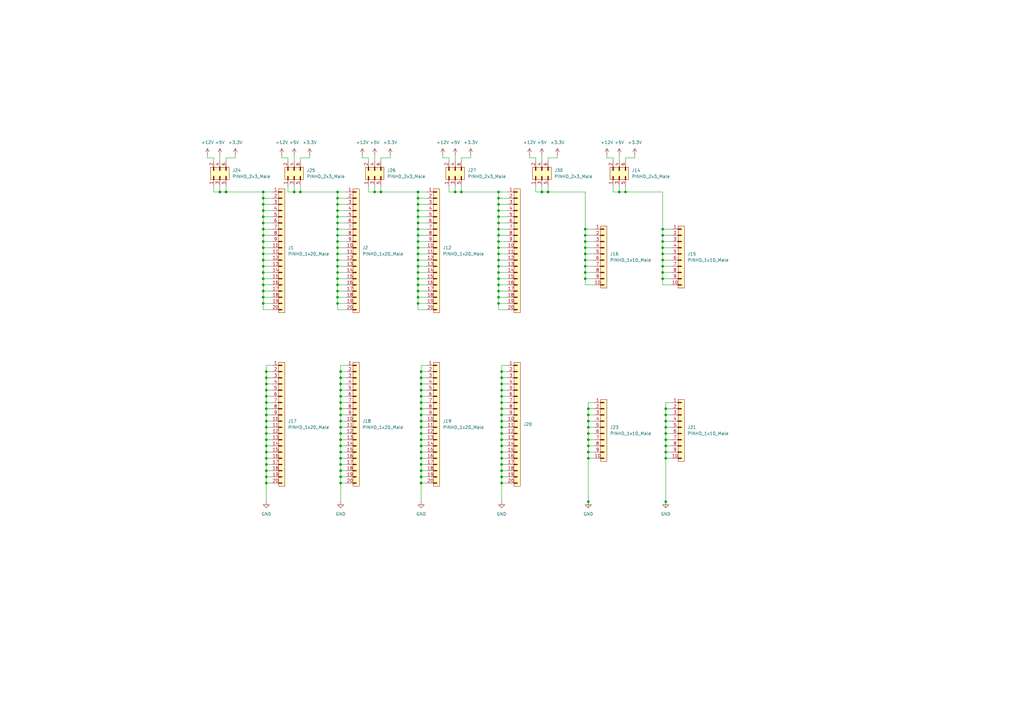
<source format=kicad_sch>
(kicad_sch (version 20250114) (generator "eeschema") (generator_version "9.0")
  (paper "A3")
  (title_block (title "KEPR - Power Rails") (date "2025-12-31") (rev "0.5") (company "Rapport Tecnologia") (comment 1 "Rua José Alves Pereira, 50, Casa 1") (comment 2 "Comunidade Maker Brasil - Arvore dos Saberes") (comment 3 "Nestes esquemático é apresentado as conexões dos pinos de tensão para uso externo juntamente com a GPIO") (comment 4 "Aquiraz, CE, Brasil") (comment 5 "N/A") (comment 6 "Carlos Delfino Carvalho Pinheiro") (comment 7 "Carlos Delfino Carvalho Pinheiro") (comment 8 "Carlos Delfino Carvalho Pinheiro"))
  (lib_symbols
    (symbol "PCM_SL_Pin_Headers:PINHD_1x10_Male"
      (property "Reference" "J" (at 0 16.51 0))
      (property "Value" "PINHD_1x10_Male" (at 0 13.97 0))
      (symbol "PINHD_1x10_Male_1_1"
        (pin passive line (at -3.81 11.43 0) (length 2.54) (name "") (number "1"))
        (pin passive line (at -3.81 8.89 0) (length 2.54) (name "") (number "2"))
        (pin passive line (at -3.81 6.35 0) (length 2.54) (name "") (number "3"))
        (pin passive line (at -3.81 3.81 0) (length 2.54) (name "") (number "4"))
        (pin passive line (at -3.81 1.27 0) (length 2.54) (name "") (number "5"))
        (pin passive line (at -3.81 -1.27 0) (length 2.54) (name "") (number "6"))
        (pin passive line (at -3.81 -3.81 0) (length 2.54) (name "") (number "7"))
        (pin passive line (at -3.81 -6.35 0) (length 2.54) (name "") (number "8"))
        (pin passive line (at -3.81 -8.89 0) (length 2.54) (name "") (number "9"))
        (pin passive line (at -3.81 -11.43 0) (length 2.54) (name "") (number "10"))
      )
    )
    (symbol "PCM_SL_Pin_Headers:PINHD_1x20_Male"
      (property "Reference" "J" (at 0 29.21 0))
      (property "Value" "PINHD_1x20_Male" (at 0 26.67 0))
      (symbol "PINHD_1x20_Male_1_1"
        (pin passive line (at -3.81 24.13 0) (length 2.54) (name "") (number "1"))
        (pin passive line (at -3.81 21.59 0) (length 2.54) (name "") (number "2"))
        (pin passive line (at -3.81 19.05 0) (length 2.54) (name "") (number "3"))
        (pin passive line (at -3.81 16.51 0) (length 2.54) (name "") (number "4"))
        (pin passive line (at -3.81 13.97 0) (length 2.54) (name "") (number "5"))
        (pin passive line (at -3.81 11.43 0) (length 2.54) (name "") (number "6"))
        (pin passive line (at -3.81 8.89 0) (length 2.54) (name "") (number "7"))
        (pin passive line (at -3.81 6.35 0) (length 2.54) (name "") (number "8"))
        (pin passive line (at -3.81 3.81 0) (length 2.54) (name "") (number "9"))
        (pin passive line (at -3.81 1.27 0) (length 2.54) (name "") (number "10"))
        (pin passive line (at -3.81 -1.27 0) (length 2.54) (name "") (number "11"))
        (pin passive line (at -3.81 -3.81 0) (length 2.54) (name "") (number "12"))
        (pin passive line (at -3.81 -6.35 0) (length 2.54) (name "") (number "13"))
        (pin passive line (at -3.81 -8.89 0) (length 2.54) (name "") (number "14"))
        (pin passive line (at -3.81 -11.43 0) (length 2.54) (name "") (number "15"))
        (pin passive line (at -3.81 -13.97 0) (length 2.54) (name "") (number "16"))
        (pin passive line (at -3.81 -16.51 0) (length 2.54) (name "") (number "17"))
        (pin passive line (at -3.81 -19.05 0) (length 2.54) (name "") (number "18"))
        (pin passive line (at -3.81 -21.59 0) (length 2.54) (name "") (number "19"))
        (pin passive line (at -3.81 -24.13 0) (length 2.54) (name "") (number "20"))
      )
    )
    (symbol "PCM_SL_Pin_Headers:PINHD_2x3_Male"
      (property "Reference" "J" (at -1.27 6.35 0))
      (property "Value" "PINHD_2x3_Male" (at -1.27 3.81 0))
      (symbol "PINHD_2x3_Male_1_1"
        (pin passive line (at -5.08 1.27 0) (length 2.54) (name "") (number "1"))
        (pin passive line (at -5.08 -1.27 0) (length 2.54) (name "") (number "3"))
        (pin passive line (at -5.08 -3.81 0) (length 2.54) (name "") (number "5"))
        (pin passive line (at 5.08 1.27 180) (length 2.54) (name "") (number "2"))
        (pin passive line (at 5.08 -1.27 180) (length 2.54) (name "") (number "4"))
        (pin passive line (at 5.08 -3.81 180) (length 2.54) (name "") (number "6"))
      )
    )
    (symbol "power:+12V" (power) (pin_numbers (hide yes)) (pin_names (offset 0) (hide yes))
      (property "Value" "+12V" (at 0 3.556 0))
      (symbol "+12V_1_1"
        (pin power_in line (at 0 0 90) (length 0) (name "~") (number "1"))
      )
    )
    (symbol "power:+3.3V" (power) (pin_numbers (hide yes)) (pin_names (offset 0) (hide yes))
      (property "Value" "+3.3V" (at 0 3.556 0))
      (symbol "+3.3V_1_1"
        (pin power_in line (at 0 0 90) (length 0) (name "~") (number "1"))
      )
    )
    (symbol "power:+5V" (power) (pin_numbers (hide yes)) (pin_names (offset 0) (hide yes))
      (property "Value" "+5V" (at 0 3.556 0))
      (symbol "+5V_1_1"
        (pin power_in line (at 0 0 90) (length 0) (name "~") (number "1"))
      )
    )
    (symbol "power:GND" (power) (pin_numbers (hide yes)) (pin_names (offset 0) (hide yes))
      (property "Value" "GND" (at 0 -3.81 0))
      (symbol "GND_1_1"
        (pin power_in line (at 0 0 270) (length 0) (name "~") (number "1"))
      )
    )
  )
  (junction (at 172.72 198.12))
  (junction (at 139.7 182.88))
  (junction (at 204.47 93.98))
  (junction (at 109.22 185.42))
  (junction (at 222.25 78.74))
  (junction (at 109.22 175.26))
  (junction (at 205.74 198.12))
  (junction (at 138.43 83.82))
  (junction (at 273.05 187.96))
  (junction (at 107.95 88.9))
  (junction (at 271.78 109.22))
  (junction (at 107.95 124.46))
  (junction (at 90.17 78.74))
  (junction (at 241.3 187.96))
  (junction (at 120.65 78.74))
  (junction (at 138.43 119.38))
  (junction (at 204.47 83.82))
  (junction (at 271.78 99.06))
  (junction (at 171.45 96.52))
  (junction (at 107.95 111.76))
  (junction (at 171.45 111.76))
  (junction (at 172.72 195.58))
  (junction (at 107.95 114.3))
  (junction (at 109.22 177.8))
  (junction (at 205.74 167.64))
  (junction (at 205.74 180.34))
  (junction (at 138.43 88.9))
  (junction (at 109.22 162.56))
  (junction (at 171.45 121.92))
  (junction (at 273.05 182.88))
  (junction (at 241.3 170.18))
  (junction (at 186.69 78.74))
  (junction (at 172.72 185.42))
  (junction (at 109.22 193.04))
  (junction (at 205.74 193.04))
  (junction (at 205.74 162.56))
  (junction (at 138.43 121.92))
  (junction (at 109.22 187.96))
  (junction (at 109.22 180.34))
  (junction (at 107.95 96.52))
  (junction (at 205.74 187.96))
  (junction (at 204.47 78.74))
  (junction (at 241.3 180.34))
  (junction (at 109.22 190.5))
  (junction (at 107.95 83.82))
  (junction (at 109.22 152.4))
  (junction (at 138.43 114.3))
  (junction (at 171.45 91.44))
  (junction (at 240.03 93.98))
  (junction (at 241.3 182.88))
  (junction (at 107.95 86.36))
  (junction (at 273.05 205.74))
  (junction (at 139.7 154.94))
  (junction (at 204.47 81.28))
  (junction (at 204.47 116.84))
  (junction (at 138.43 91.44))
  (junction (at 139.7 157.48))
  (junction (at 204.47 99.06))
  (junction (at 271.78 104.14))
  (junction (at 171.45 86.36))
  (junction (at 171.45 99.06))
  (junction (at 107.95 91.44))
  (junction (at 139.7 165.1))
  (junction (at 139.7 190.5))
  (junction (at 172.72 162.56))
  (junction (at 107.95 116.84))
  (junction (at 205.74 175.26))
  (junction (at 172.72 172.72))
  (junction (at 172.72 165.1))
  (junction (at 204.47 88.9))
  (junction (at 172.72 152.4))
  (junction (at 139.7 198.12))
  (junction (at 172.72 175.26))
  (junction (at 107.95 109.22))
  (junction (at 138.43 93.98))
  (junction (at 256.54 78.74))
  (junction (at 107.95 101.6))
  (junction (at 171.45 119.38))
  (junction (at 138.43 109.22))
  (junction (at 240.03 104.14))
  (junction (at 138.43 96.52))
  (junction (at 241.3 177.8))
  (junction (at 109.22 154.94))
  (junction (at 107.95 121.92))
  (junction (at 204.47 101.6))
  (junction (at 241.3 172.72))
  (junction (at 273.05 177.8))
  (junction (at 171.45 116.84))
  (junction (at 172.72 187.96))
  (junction (at 139.7 152.4))
  (junction (at 171.45 88.9))
  (junction (at 109.22 182.88))
  (junction (at 139.7 187.96))
  (junction (at 271.78 114.3))
  (junction (at 171.45 114.3))
  (junction (at 205.74 154.94))
  (junction (at 171.45 104.14))
  (junction (at 138.43 111.76))
  (junction (at 204.47 119.38))
  (junction (at 109.22 160.02))
  (junction (at 123.19 78.74))
  (junction (at 204.47 96.52))
  (junction (at 204.47 106.68))
  (junction (at 254 78.74))
  (junction (at 138.43 124.46))
  (junction (at 240.03 111.76))
  (junction (at 204.47 121.92))
  (junction (at 240.03 109.22))
  (junction (at 171.45 109.22))
  (junction (at 204.47 111.76))
  (junction (at 107.95 99.06))
  (junction (at 139.7 177.8))
  (junction (at 204.47 86.36))
  (junction (at 241.3 167.64))
  (junction (at 138.43 86.36))
  (junction (at 139.7 193.04))
  (junction (at 171.45 124.46))
  (junction (at 138.43 101.6))
  (junction (at 273.05 185.42))
  (junction (at 204.47 104.14))
  (junction (at 92.71 78.74))
  (junction (at 171.45 78.74))
  (junction (at 240.03 106.68))
  (junction (at 205.74 165.1))
  (junction (at 172.72 182.88))
  (junction (at 172.72 154.94))
  (junction (at 205.74 185.42))
  (junction (at 204.47 114.3))
  (junction (at 171.45 81.28))
  (junction (at 138.43 116.84))
  (junction (at 171.45 106.68))
  (junction (at 205.74 157.48))
  (junction (at 107.95 104.14))
  (junction (at 109.22 195.58))
  (junction (at 171.45 83.82))
  (junction (at 109.22 157.48))
  (junction (at 171.45 93.98))
  (junction (at 271.78 106.68))
  (junction (at 273.05 180.34))
  (junction (at 109.22 198.12))
  (junction (at 273.05 172.72))
  (junction (at 139.7 185.42))
  (junction (at 107.95 93.98))
  (junction (at 205.74 172.72))
  (junction (at 138.43 104.14))
  (junction (at 139.7 160.02))
  (junction (at 109.22 167.64))
  (junction (at 241.3 175.26))
  (junction (at 271.78 101.6))
  (junction (at 139.7 175.26))
  (junction (at 109.22 172.72))
  (junction (at 273.05 170.18))
  (junction (at 156.21 78.74))
  (junction (at 241.3 205.74))
  (junction (at 240.03 114.3))
  (junction (at 139.7 162.56))
  (junction (at 204.47 91.44))
  (junction (at 139.7 167.64))
  (junction (at 240.03 99.06))
  (junction (at 172.72 167.64))
  (junction (at 241.3 185.42))
  (junction (at 205.74 177.8))
  (junction (at 171.45 101.6))
  (junction (at 172.72 170.18))
  (junction (at 204.47 109.22))
  (junction (at 205.74 152.4))
  (junction (at 204.47 124.46))
  (junction (at 138.43 99.06))
  (junction (at 271.78 93.98))
  (junction (at 153.67 78.74))
  (junction (at 139.7 172.72))
  (junction (at 172.72 180.34))
  (junction (at 109.22 170.18))
  (junction (at 271.78 96.52))
  (junction (at 139.7 195.58))
  (junction (at 224.79 78.74))
  (junction (at 172.72 193.04))
  (junction (at 172.72 157.48))
  (junction (at 107.95 78.74))
  (junction (at 172.72 177.8))
  (junction (at 205.74 190.5))
  (junction (at 205.74 160.02))
  (junction (at 138.43 78.74))
  (junction (at 205.74 170.18))
  (junction (at 189.23 78.74))
  (junction (at 172.72 160.02))
  (junction (at 107.95 81.28))
  (junction (at 273.05 167.64))
  (junction (at 139.7 170.18))
  (junction (at 205.74 195.58))
  (junction (at 271.78 111.76))
  (junction (at 107.95 106.68))
  (junction (at 107.95 119.38))
  (junction (at 240.03 96.52))
  (junction (at 139.7 180.34))
  (junction (at 138.43 81.28))
  (junction (at 240.03 101.6))
  (junction (at 273.05 175.26))
  (junction (at 138.43 106.68))
  (junction (at 109.22 165.1))
  (junction (at 172.72 190.5))
  (junction (at 205.74 182.88))
  (wire (pts (xy 109.22 190.5) (xy 109.22 193.04)))
  (wire (pts (xy 240.03 106.68) (xy 240.03 104.14)))
  (wire (pts (xy 109.22 157.48) (xy 109.22 160.02)))
  (wire (pts (xy 275.59 182.88) (xy 273.05 182.88)))
  (wire (pts (xy 171.45 111.76) (xy 175.26 111.76)))
  (wire (pts (xy 172.72 195.58) (xy 172.72 198.12)))
  (wire (pts (xy 148.59 64.77) (xy 151.13 64.77)))
  (wire (pts (xy 90.17 78.74) (xy 92.71 78.74)))
  (wire (pts (xy 175.26 190.5) (xy 172.72 190.5)))
  (wire (pts (xy 240.03 109.22) (xy 243.84 109.22)))
  (wire (pts (xy 139.7 162.56) (xy 139.7 165.1)))
  (wire (pts (xy 205.74 182.88) (xy 208.28 182.88)))
  (wire (pts (xy 204.47 86.36) (xy 208.28 86.36)))
  (wire (pts (xy 123.19 76.2) (xy 123.19 78.74)))
  (wire (pts (xy 271.78 93.98) (xy 275.59 93.98)))
  (wire (pts (xy 107.95 86.36) (xy 107.95 83.82)))
  (wire (pts (xy 189.23 78.74) (xy 204.47 78.74)))
  (wire (pts (xy 204.47 99.06) (xy 208.28 99.06)))
  (wire (pts (xy 172.72 154.94) (xy 172.72 157.48)))
  (wire (pts (xy 204.47 114.3) (xy 208.28 114.3)))
  (wire (pts (xy 205.74 152.4) (xy 205.74 154.94)))
  (wire (pts (xy 109.22 165.1) (xy 109.22 167.64)))
  (wire (pts (xy 240.03 111.76) (xy 240.03 109.22)))
  (wire (pts (xy 171.45 88.9) (xy 175.26 88.9)))
  (wire (pts (xy 204.47 101.6) (xy 208.28 101.6)))
  (wire (pts (xy 172.72 198.12) (xy 172.72 205.74)))
  (wire (pts (xy 240.03 111.76) (xy 243.84 111.76)))
  (wire (pts (xy 204.47 114.3) (xy 204.47 111.76)))
  (wire (pts (xy 138.43 88.9) (xy 138.43 86.36)))
  (wire (pts (xy 111.76 190.5) (xy 109.22 190.5)))
  (wire (pts (xy 205.74 185.42) (xy 205.74 187.96)))
  (wire (pts (xy 240.03 104.14) (xy 243.84 104.14)))
  (wire (pts (xy 171.45 93.98) (xy 175.26 93.98)))
  (wire (pts (xy 205.74 172.72) (xy 205.74 175.26)))
  (wire (pts (xy 243.84 182.88) (xy 241.3 182.88)))
  (wire (pts (xy 139.7 157.48) (xy 142.24 157.48)))
  (wire (pts (xy 273.05 170.18) (xy 273.05 172.72)))
  (wire (pts (xy 109.22 180.34) (xy 109.22 182.88)))
  (wire (pts (xy 118.11 78.74) (xy 120.65 78.74)))
  (wire (pts (xy 205.74 180.34) (xy 205.74 182.88)))
  (wire (pts (xy 172.72 167.64) (xy 175.26 167.64)))
  (wire (pts (xy 107.95 111.76) (xy 107.95 109.22)))
  (wire (pts (xy 171.45 86.36) (xy 175.26 86.36)))
  (wire (pts (xy 224.79 78.74) (xy 240.03 78.74)))
  (wire (pts (xy 138.43 121.92) (xy 138.43 119.38)))
  (wire (pts (xy 139.7 198.12) (xy 142.24 198.12)))
  (wire (pts (xy 241.3 185.42) (xy 243.84 185.42)))
  (wire (pts (xy 204.47 119.38) (xy 208.28 119.38)))
  (wire (pts (xy 107.95 119.38) (xy 107.95 116.84)))
  (wire (pts (xy 171.45 81.28) (xy 175.26 81.28)))
  (wire (pts (xy 109.22 182.88) (xy 111.76 182.88)))
  (wire (pts (xy 107.95 127) (xy 107.95 124.46)))
  (wire (pts (xy 87.63 76.2) (xy 87.63 78.74)))
  (wire (pts (xy 107.95 96.52) (xy 107.95 93.98)))
  (wire (pts (xy 171.45 116.84) (xy 175.26 116.84)))
  (wire (pts (xy 171.45 91.44) (xy 171.45 88.9)))
  (wire (pts (xy 139.7 165.1) (xy 139.7 167.64)))
  (wire (pts (xy 204.47 88.9) (xy 204.47 86.36)))
  (wire (pts (xy 205.74 165.1) (xy 205.74 167.64)))
  (wire (pts (xy 139.7 195.58) (xy 139.7 198.12)))
  (wire (pts (xy 107.95 114.3) (xy 111.76 114.3)))
  (wire (pts (xy 139.7 193.04) (xy 139.7 195.58)))
  (wire (pts (xy 205.74 162.56) (xy 205.74 165.1)))
  (wire (pts (xy 224.79 64.77) (xy 224.79 66.04)))
  (wire (pts (xy 109.22 162.56) (xy 109.22 165.1)))
  (wire (pts (xy 109.22 193.04) (xy 111.76 193.04)))
  (wire (pts (xy 127 64.77) (xy 123.19 64.77)))
  (wire (pts (xy 205.74 198.12) (xy 205.74 205.74)))
  (wire (pts (xy 142.24 175.26) (xy 139.7 175.26)))
  (wire (pts (xy 171.45 104.14) (xy 171.45 101.6)))
  (wire (pts (xy 171.45 104.14) (xy 175.26 104.14)))
  (wire (pts (xy 175.26 127) (xy 171.45 127)))
  (wire (pts (xy 205.74 167.64) (xy 208.28 167.64)))
  (wire (pts (xy 273.05 205.74) (xy 273.05 208.28)))
  (wire (pts (xy 171.45 83.82) (xy 175.26 83.82)))
  (wire (pts (xy 153.67 63.5) (xy 153.67 66.04)))
  (wire (pts (xy 107.95 96.52) (xy 111.76 96.52)))
  (wire (pts (xy 160.02 64.77) (xy 156.21 64.77)))
  (wire (pts (xy 172.72 160.02) (xy 172.72 162.56)))
  (wire (pts (xy 204.47 99.06) (xy 204.47 96.52)))
  (wire (pts (xy 109.22 195.58) (xy 109.22 198.12)))
  (wire (pts (xy 256.54 78.74) (xy 271.78 78.74)))
  (wire (pts (xy 254 76.2) (xy 254 78.74)))
  (wire (pts (xy 109.22 149.86) (xy 109.22 152.4)))
  (wire (pts (xy 156.21 78.74) (xy 171.45 78.74)))
  (wire (pts (xy 172.72 193.04) (xy 172.72 195.58)))
  (wire (pts (xy 204.47 81.28) (xy 208.28 81.28)))
  (wire (pts (xy 271.78 106.68) (xy 271.78 104.14)))
  (wire (pts (xy 142.24 127) (xy 138.43 127)))
  (wire (pts (xy 172.72 167.64) (xy 172.72 170.18)))
  (wire (pts (xy 205.74 187.96) (xy 208.28 187.96)))
  (wire (pts (xy 138.43 96.52) (xy 138.43 93.98)))
  (wire (pts (xy 171.45 99.06) (xy 175.26 99.06)))
  (wire (pts (xy 153.67 78.74) (xy 156.21 78.74)))
  (wire (pts (xy 107.95 121.92) (xy 111.76 121.92)))
  (wire (pts (xy 120.65 76.2) (xy 120.65 78.74)))
  (wire (pts (xy 107.95 101.6) (xy 107.95 99.06)))
  (wire (pts (xy 186.69 63.5) (xy 186.69 66.04)))
  (wire (pts (xy 138.43 109.22) (xy 138.43 106.68)))
  (wire (pts (xy 139.7 180.34) (xy 139.7 182.88)))
  (wire (pts (xy 139.7 157.48) (xy 139.7 160.02)))
  (wire (pts (xy 139.7 177.8) (xy 139.7 180.34)))
  (wire (pts (xy 204.47 86.36) (xy 204.47 83.82)))
  (wire (pts (xy 107.95 83.82) (xy 111.76 83.82)))
  (wire (pts (xy 271.78 106.68) (xy 275.59 106.68)))
  (wire (pts (xy 271.78 109.22) (xy 271.78 106.68)))
  (wire (pts (xy 111.76 175.26) (xy 109.22 175.26)))
  (wire (pts (xy 205.74 172.72) (xy 208.28 172.72)))
  (wire (pts (xy 138.43 78.74) (xy 142.24 78.74)))
  (wire (pts (xy 175.26 170.18) (xy 172.72 170.18)))
  (wire (pts (xy 107.95 101.6) (xy 111.76 101.6)))
  (wire (pts (xy 107.95 119.38) (xy 111.76 119.38)))
  (wire (pts (xy 138.43 114.3) (xy 142.24 114.3)))
  (wire (pts (xy 107.95 99.06) (xy 111.76 99.06)))
  (wire (pts (xy 205.74 195.58) (xy 205.74 198.12)))
  (wire (pts (xy 204.47 78.74) (xy 208.28 78.74)))
  (wire (pts (xy 138.43 93.98) (xy 142.24 93.98)))
  (wire (pts (xy 171.45 109.22) (xy 175.26 109.22)))
  (wire (pts (xy 138.43 104.14) (xy 142.24 104.14)))
  (wire (pts (xy 251.46 76.2) (xy 251.46 78.74)))
  (wire (pts (xy 142.24 165.1) (xy 139.7 165.1)))
  (wire (pts (xy 138.43 114.3) (xy 138.43 111.76)))
  (wire (pts (xy 204.47 104.14) (xy 208.28 104.14)))
  (wire (pts (xy 204.47 111.76) (xy 208.28 111.76)))
  (wire (pts (xy 96.52 63.5) (xy 96.52 64.77)))
  (wire (pts (xy 85.09 64.77) (xy 87.63 64.77)))
  (wire (pts (xy 240.03 116.84) (xy 243.84 116.84)))
  (wire (pts (xy 138.43 111.76) (xy 138.43 109.22)))
  (wire (pts (xy 139.7 172.72) (xy 139.7 175.26)))
  (wire (pts (xy 139.7 170.18) (xy 139.7 172.72)))
  (wire (pts (xy 273.05 167.64) (xy 273.05 170.18)))
  (wire (pts (xy 271.78 78.74) (xy 271.78 93.98)))
  (wire (pts (xy 175.26 175.26) (xy 172.72 175.26)))
  (wire (pts (xy 171.45 124.46) (xy 171.45 121.92)))
  (wire (pts (xy 171.45 81.28) (xy 171.45 78.74)))
  (wire (pts (xy 271.78 101.6) (xy 275.59 101.6)))
  (wire (pts (xy 171.45 91.44) (xy 175.26 91.44)))
  (wire (pts (xy 139.7 172.72) (xy 142.24 172.72)))
  (wire (pts (xy 273.05 185.42) (xy 275.59 185.42)))
  (wire (pts (xy 240.03 78.74) (xy 240.03 93.98)))
  (wire (pts (xy 118.11 76.2) (xy 118.11 78.74)))
  (wire (pts (xy 92.71 78.74) (xy 107.95 78.74)))
  (wire (pts (xy 175.26 180.34) (xy 172.72 180.34)))
  (wire (pts (xy 243.84 172.72) (xy 241.3 172.72)))
  (wire (pts (xy 181.61 64.77) (xy 184.15 64.77)))
  (wire (pts (xy 118.11 64.77) (xy 118.11 66.04)))
  (wire (pts (xy 138.43 109.22) (xy 142.24 109.22)))
  (wire (pts (xy 240.03 104.14) (xy 240.03 101.6)))
  (wire (pts (xy 208.28 149.86) (xy 205.74 149.86)))
  (wire (pts (xy 205.74 177.8) (xy 205.74 180.34)))
  (wire (pts (xy 273.05 180.34) (xy 275.59 180.34)))
  (wire (pts (xy 241.3 175.26) (xy 241.3 177.8)))
  (wire (pts (xy 109.22 175.26) (xy 109.22 177.8)))
  (wire (pts (xy 271.78 104.14) (xy 275.59 104.14)))
  (wire (pts (xy 138.43 88.9) (xy 142.24 88.9)))
  (wire (pts (xy 219.71 76.2) (xy 219.71 78.74)))
  (wire (pts (xy 204.47 111.76) (xy 204.47 109.22)))
  (wire (pts (xy 139.7 187.96) (xy 139.7 190.5)))
  (wire (pts (xy 240.03 93.98) (xy 243.84 93.98)))
  (wire (pts (xy 240.03 101.6) (xy 240.03 99.06)))
  (wire (pts (xy 241.3 185.42) (xy 241.3 187.96)))
  (wire (pts (xy 107.95 81.28) (xy 111.76 81.28)))
  (wire (pts (xy 273.05 172.72) (xy 273.05 175.26)))
  (wire (pts (xy 204.47 101.6) (xy 204.47 99.06)))
  (wire (pts (xy 175.26 154.94) (xy 172.72 154.94)))
  (wire (pts (xy 109.22 185.42) (xy 109.22 187.96)))
  (wire (pts (xy 138.43 83.82) (xy 138.43 81.28)))
  (wire (pts (xy 139.7 162.56) (xy 142.24 162.56)))
  (wire (pts (xy 109.22 157.48) (xy 111.76 157.48)))
  (wire (pts (xy 172.72 185.42) (xy 172.72 187.96)))
  (wire (pts (xy 241.3 180.34) (xy 243.84 180.34)))
  (wire (pts (xy 107.95 81.28) (xy 107.95 78.74)))
  (wire (pts (xy 240.03 114.3) (xy 240.03 111.76)))
  (wire (pts (xy 241.3 177.8) (xy 241.3 180.34)))
  (wire (pts (xy 204.47 106.68) (xy 204.47 104.14)))
  (wire (pts (xy 205.74 190.5) (xy 205.74 193.04)))
  (wire (pts (xy 109.22 154.94) (xy 109.22 157.48)))
  (wire (pts (xy 254 78.74) (xy 256.54 78.74)))
  (wire (pts (xy 139.7 167.64) (xy 142.24 167.64)))
  (wire (pts (xy 111.76 154.94) (xy 109.22 154.94)))
  (wire (pts (xy 138.43 127) (xy 138.43 124.46)))
  (wire (pts (xy 138.43 86.36) (xy 142.24 86.36)))
  (wire (pts (xy 208.28 154.94) (xy 205.74 154.94)))
  (wire (pts (xy 273.05 180.34) (xy 273.05 182.88)))
  (wire (pts (xy 172.72 187.96) (xy 175.26 187.96)))
  (wire (pts (xy 172.72 162.56) (xy 175.26 162.56)))
  (wire (pts (xy 186.69 78.74) (xy 189.23 78.74)))
  (wire (pts (xy 208.28 185.42) (xy 205.74 185.42)))
  (wire (pts (xy 208.28 175.26) (xy 205.74 175.26)))
  (wire (pts (xy 172.72 190.5) (xy 172.72 193.04)))
  (wire (pts (xy 204.47 81.28) (xy 204.47 78.74)))
  (wire (pts (xy 228.6 63.5) (xy 228.6 64.77)))
  (wire (pts (xy 172.72 157.48) (xy 172.72 160.02)))
  (wire (pts (xy 205.74 157.48) (xy 208.28 157.48)))
  (wire (pts (xy 204.47 121.92) (xy 204.47 119.38)))
  (wire (pts (xy 172.72 157.48) (xy 175.26 157.48)))
  (wire (pts (xy 172.72 172.72) (xy 175.26 172.72)))
  (wire (pts (xy 204.47 109.22) (xy 204.47 106.68)))
  (wire (pts (xy 172.72 182.88) (xy 175.26 182.88)))
  (wire (pts (xy 171.45 124.46) (xy 175.26 124.46)))
  (wire (pts (xy 138.43 104.14) (xy 138.43 101.6)))
  (wire (pts (xy 160.02 63.5) (xy 160.02 64.77)))
  (wire (pts (xy 107.95 91.44) (xy 107.95 88.9)))
  (wire (pts (xy 109.22 167.64) (xy 109.22 170.18)))
  (wire (pts (xy 171.45 93.98) (xy 171.45 91.44)))
  (wire (pts (xy 204.47 96.52) (xy 208.28 96.52)))
  (wire (pts (xy 171.45 83.82) (xy 171.45 81.28)))
  (wire (pts (xy 138.43 99.06) (xy 142.24 99.06)))
  (wire (pts (xy 107.95 106.68) (xy 107.95 104.14)))
  (wire (pts (xy 151.13 64.77) (xy 151.13 66.04)))
  (wire (pts (xy 204.47 104.14) (xy 204.47 101.6)))
  (wire (pts (xy 240.03 114.3) (xy 243.84 114.3)))
  (wire (pts (xy 87.63 64.77) (xy 87.63 66.04)))
  (wire (pts (xy 273.05 175.26) (xy 273.05 177.8)))
  (wire (pts (xy 204.47 91.44) (xy 208.28 91.44)))
  (wire (pts (xy 123.19 78.74) (xy 138.43 78.74)))
  (wire (pts (xy 186.69 76.2) (xy 186.69 78.74)))
  (wire (pts (xy 273.05 170.18) (xy 275.59 170.18)))
  (wire (pts (xy 273.05 187.96) (xy 275.59 187.96)))
  (wire (pts (xy 273.05 165.1) (xy 273.05 167.64)))
  (wire (pts (xy 107.95 106.68) (xy 111.76 106.68)))
  (wire (pts (xy 107.95 99.06) (xy 107.95 96.52)))
  (wire (pts (xy 109.22 198.12) (xy 109.22 205.74)))
  (wire (pts (xy 171.45 101.6) (xy 171.45 99.06)))
  (wire (pts (xy 142.24 185.42) (xy 139.7 185.42)))
  (wire (pts (xy 205.74 175.26) (xy 205.74 177.8)))
  (wire (pts (xy 217.17 63.5) (xy 217.17 64.77)))
  (wire (pts (xy 139.7 190.5) (xy 139.7 193.04)))
  (wire (pts (xy 271.78 116.84) (xy 271.78 114.3)))
  (wire (pts (xy 151.13 78.74) (xy 153.67 78.74)))
  (wire (pts (xy 115.57 64.77) (xy 118.11 64.77)))
  (wire (pts (xy 171.45 121.92) (xy 171.45 119.38)))
  (wire (pts (xy 205.74 198.12) (xy 208.28 198.12)))
  (wire (pts (xy 109.22 152.4) (xy 109.22 154.94)))
  (wire (pts (xy 107.95 111.76) (xy 111.76 111.76)))
  (wire (pts (xy 139.7 193.04) (xy 142.24 193.04)))
  (wire (pts (xy 240.03 116.84) (xy 240.03 114.3)))
  (wire (pts (xy 171.45 106.68) (xy 171.45 104.14)))
  (wire (pts (xy 138.43 116.84) (xy 138.43 114.3)))
  (wire (pts (xy 222.25 76.2) (xy 222.25 78.74)))
  (wire (pts (xy 208.28 170.18) (xy 205.74 170.18)))
  (wire (pts (xy 273.05 187.96) (xy 273.05 205.74)))
  (wire (pts (xy 172.72 165.1) (xy 172.72 167.64)))
  (wire (pts (xy 142.24 195.58) (xy 139.7 195.58)))
  (wire (pts (xy 172.72 180.34) (xy 172.72 182.88)))
  (wire (pts (xy 275.59 167.64) (xy 273.05 167.64)))
  (wire (pts (xy 109.22 167.64) (xy 111.76 167.64)))
  (wire (pts (xy 109.22 162.56) (xy 111.76 162.56)))
  (wire (pts (xy 241.3 205.74) (xy 241.3 208.28)))
  (wire (pts (xy 171.45 114.3) (xy 171.45 111.76)))
  (wire (pts (xy 142.24 190.5) (xy 139.7 190.5)))
  (wire (pts (xy 109.22 152.4) (xy 111.76 152.4)))
  (wire (pts (xy 251.46 78.74) (xy 254 78.74)))
  (wire (pts (xy 241.3 182.88) (xy 241.3 185.42)))
  (wire (pts (xy 271.78 96.52) (xy 275.59 96.52)))
  (wire (pts (xy 241.3 167.64) (xy 241.3 170.18)))
  (wire (pts (xy 181.61 63.5) (xy 181.61 64.77)))
  (wire (pts (xy 111.76 195.58) (xy 109.22 195.58)))
  (wire (pts (xy 172.72 175.26) (xy 172.72 177.8)))
  (wire (pts (xy 156.21 76.2) (xy 156.21 78.74)))
  (wire (pts (xy 193.04 63.5) (xy 193.04 64.77)))
  (wire (pts (xy 96.52 64.77) (xy 92.71 64.77)))
  (wire (pts (xy 90.17 63.5) (xy 90.17 66.04)))
  (wire (pts (xy 107.95 116.84) (xy 107.95 114.3)))
  (wire (pts (xy 138.43 124.46) (xy 142.24 124.46)))
  (wire (pts (xy 109.22 172.72) (xy 109.22 175.26)))
  (wire (pts (xy 139.7 175.26) (xy 139.7 177.8)))
  (wire (pts (xy 107.95 93.98) (xy 111.76 93.98)))
  (wire (pts (xy 171.45 109.22) (xy 171.45 106.68)))
  (wire (pts (xy 205.74 157.48) (xy 205.74 160.02)))
  (wire (pts (xy 204.47 124.46) (xy 208.28 124.46)))
  (wire (pts (xy 271.78 104.14) (xy 271.78 101.6)))
  (wire (pts (xy 138.43 121.92) (xy 142.24 121.92)))
  (wire (pts (xy 171.45 127) (xy 171.45 124.46)))
  (wire (pts (xy 109.22 198.12) (xy 111.76 198.12)))
  (wire (pts (xy 107.95 88.9) (xy 111.76 88.9)))
  (wire (pts (xy 156.21 64.77) (xy 156.21 66.04)))
  (wire (pts (xy 175.26 195.58) (xy 172.72 195.58)))
  (wire (pts (xy 172.72 152.4) (xy 175.26 152.4)))
  (wire (pts (xy 148.59 63.5) (xy 148.59 64.77)))
  (wire (pts (xy 111.76 127) (xy 107.95 127)))
  (wire (pts (xy 240.03 109.22) (xy 240.03 106.68)))
  (wire (pts (xy 204.47 88.9) (xy 208.28 88.9)))
  (wire (pts (xy 171.45 119.38) (xy 175.26 119.38)))
  (wire (pts (xy 204.47 121.92) (xy 208.28 121.92)))
  (wire (pts (xy 171.45 99.06) (xy 171.45 96.52)))
  (wire (pts (xy 138.43 81.28) (xy 138.43 78.74)))
  (wire (pts (xy 107.95 86.36) (xy 111.76 86.36)))
  (wire (pts (xy 142.24 149.86) (xy 139.7 149.86)))
  (wire (pts (xy 171.45 121.92) (xy 175.26 121.92)))
  (wire (pts (xy 204.47 83.82) (xy 204.47 81.28)))
  (wire (pts (xy 171.45 96.52) (xy 171.45 93.98)))
  (wire (pts (xy 142.24 180.34) (xy 139.7 180.34)))
  (wire (pts (xy 139.7 152.4) (xy 142.24 152.4)))
  (wire (pts (xy 205.74 182.88) (xy 205.74 185.42)))
  (wire (pts (xy 204.47 96.52) (xy 204.47 93.98)))
  (wire (pts (xy 241.3 170.18) (xy 243.84 170.18)))
  (wire (pts (xy 107.95 91.44) (xy 111.76 91.44)))
  (wire (pts (xy 175.26 160.02) (xy 172.72 160.02)))
  (wire (pts (xy 204.47 93.98) (xy 208.28 93.98)))
  (wire (pts (xy 205.74 177.8) (xy 208.28 177.8)))
  (wire (pts (xy 217.17 64.77) (xy 219.71 64.77)))
  (wire (pts (xy 111.76 149.86) (xy 109.22 149.86)))
  (wire (pts (xy 171.45 106.68) (xy 175.26 106.68)))
  (wire (pts (xy 189.23 64.77) (xy 189.23 66.04)))
  (wire (pts (xy 109.22 187.96) (xy 109.22 190.5)))
  (wire (pts (xy 271.78 111.76) (xy 271.78 109.22)))
  (wire (pts (xy 248.92 63.5) (xy 248.92 64.77)))
  (wire (pts (xy 138.43 119.38) (xy 138.43 116.84)))
  (wire (pts (xy 139.7 167.64) (xy 139.7 170.18)))
  (wire (pts (xy 171.45 101.6) (xy 175.26 101.6)))
  (wire (pts (xy 109.22 160.02) (xy 109.22 162.56)))
  (wire (pts (xy 208.28 165.1) (xy 205.74 165.1)))
  (wire (pts (xy 138.43 119.38) (xy 142.24 119.38)))
  (wire (pts (xy 219.71 78.74) (xy 222.25 78.74)))
  (wire (pts (xy 109.22 193.04) (xy 109.22 195.58)))
  (wire (pts (xy 204.47 116.84) (xy 208.28 116.84)))
  (wire (pts (xy 241.3 187.96) (xy 243.84 187.96)))
  (wire (pts (xy 107.95 121.92) (xy 107.95 119.38)))
  (wire (pts (xy 205.74 149.86) (xy 205.74 152.4)))
  (wire (pts (xy 138.43 86.36) (xy 138.43 83.82)))
  (wire (pts (xy 111.76 165.1) (xy 109.22 165.1)))
  (wire (pts (xy 109.22 170.18) (xy 109.22 172.72)))
  (wire (pts (xy 120.65 63.5) (xy 120.65 66.04)))
  (wire (pts (xy 222.25 63.5) (xy 222.25 66.04)))
  (wire (pts (xy 111.76 180.34) (xy 109.22 180.34)))
  (wire (pts (xy 138.43 111.76) (xy 142.24 111.76)))
  (wire (pts (xy 171.45 119.38) (xy 171.45 116.84)))
  (wire (pts (xy 271.78 111.76) (xy 275.59 111.76)))
  (wire (pts (xy 107.95 109.22) (xy 111.76 109.22)))
  (wire (pts (xy 273.05 185.42) (xy 273.05 187.96)))
  (wire (pts (xy 205.74 187.96) (xy 205.74 190.5)))
  (wire (pts (xy 248.92 64.77) (xy 251.46 64.77)))
  (wire (pts (xy 139.7 154.94) (xy 139.7 157.48)))
  (wire (pts (xy 241.3 170.18) (xy 241.3 172.72)))
  (wire (pts (xy 172.72 187.96) (xy 172.72 190.5)))
  (wire (pts (xy 241.3 187.96) (xy 241.3 205.74)))
  (wire (pts (xy 139.7 198.12) (xy 139.7 205.74)))
  (wire (pts (xy 123.19 64.77) (xy 123.19 66.04)))
  (wire (pts (xy 138.43 101.6) (xy 142.24 101.6)))
  (wire (pts (xy 243.84 167.64) (xy 241.3 167.64)))
  (wire (pts (xy 171.45 96.52) (xy 175.26 96.52)))
  (wire (pts (xy 139.7 160.02) (xy 139.7 162.56)))
  (wire (pts (xy 208.28 180.34) (xy 205.74 180.34)))
  (wire (pts (xy 271.78 116.84) (xy 275.59 116.84)))
  (wire (pts (xy 241.3 172.72) (xy 241.3 175.26)))
  (wire (pts (xy 138.43 106.68) (xy 142.24 106.68)))
  (wire (pts (xy 205.74 154.94) (xy 205.74 157.48)))
  (wire (pts (xy 109.22 177.8) (xy 111.76 177.8)))
  (wire (pts (xy 111.76 160.02) (xy 109.22 160.02)))
  (wire (pts (xy 153.67 76.2) (xy 153.67 78.74)))
  (wire (pts (xy 241.3 180.34) (xy 241.3 182.88)))
  (wire (pts (xy 205.74 162.56) (xy 208.28 162.56)))
  (wire (pts (xy 208.28 127) (xy 204.47 127)))
  (wire (pts (xy 193.04 64.77) (xy 189.23 64.77)))
  (wire (pts (xy 171.45 114.3) (xy 175.26 114.3)))
  (wire (pts (xy 107.95 124.46) (xy 107.95 121.92)))
  (wire (pts (xy 171.45 78.74) (xy 175.26 78.74)))
  (wire (pts (xy 107.95 116.84) (xy 111.76 116.84)))
  (wire (pts (xy 271.78 114.3) (xy 271.78 111.76)))
  (wire (pts (xy 172.72 182.88) (xy 172.72 185.42)))
  (wire (pts (xy 204.47 109.22) (xy 208.28 109.22)))
  (wire (pts (xy 205.74 160.02) (xy 205.74 162.56)))
  (wire (pts (xy 175.26 165.1) (xy 172.72 165.1)))
  (wire (pts (xy 271.78 109.22) (xy 275.59 109.22)))
  (wire (pts (xy 138.43 101.6) (xy 138.43 99.06)))
  (wire (pts (xy 138.43 96.52) (xy 142.24 96.52)))
  (wire (pts (xy 142.24 154.94) (xy 139.7 154.94)))
  (wire (pts (xy 171.45 86.36) (xy 171.45 83.82)))
  (wire (pts (xy 275.59 177.8) (xy 273.05 177.8)))
  (wire (pts (xy 271.78 96.52) (xy 271.78 93.98)))
  (wire (pts (xy 172.72 193.04) (xy 175.26 193.04)))
  (wire (pts (xy 251.46 64.77) (xy 251.46 66.04)))
  (wire (pts (xy 240.03 96.52) (xy 243.84 96.52)))
  (wire (pts (xy 109.22 172.72) (xy 111.76 172.72)))
  (wire (pts (xy 243.84 177.8) (xy 241.3 177.8)))
  (wire (pts (xy 107.95 104.14) (xy 111.76 104.14)))
  (wire (pts (xy 139.7 185.42) (xy 139.7 187.96)))
  (wire (pts (xy 260.35 63.5) (xy 260.35 64.77)))
  (wire (pts (xy 139.7 182.88) (xy 139.7 185.42)))
  (wire (pts (xy 111.76 185.42) (xy 109.22 185.42)))
  (wire (pts (xy 273.05 165.1) (xy 275.59 165.1)))
  (wire (pts (xy 138.43 99.06) (xy 138.43 96.52)))
  (wire (pts (xy 109.22 177.8) (xy 109.22 180.34)))
  (wire (pts (xy 204.47 119.38) (xy 204.47 116.84)))
  (wire (pts (xy 172.72 198.12) (xy 175.26 198.12)))
  (wire (pts (xy 205.74 193.04) (xy 208.28 193.04)))
  (wire (pts (xy 139.7 187.96) (xy 142.24 187.96)))
  (wire (pts (xy 138.43 93.98) (xy 138.43 91.44)))
  (wire (pts (xy 127 63.5) (xy 127 64.77)))
  (wire (pts (xy 241.3 165.1) (xy 243.84 165.1)))
  (wire (pts (xy 139.7 177.8) (xy 142.24 177.8)))
  (wire (pts (xy 224.79 76.2) (xy 224.79 78.74)))
  (wire (pts (xy 260.35 64.77) (xy 256.54 64.77)))
  (wire (pts (xy 271.78 101.6) (xy 271.78 99.06)))
  (wire (pts (xy 205.74 193.04) (xy 205.74 195.58)))
  (wire (pts (xy 107.95 124.46) (xy 111.76 124.46)))
  (wire (pts (xy 175.26 185.42) (xy 172.72 185.42)))
  (wire (pts (xy 138.43 116.84) (xy 142.24 116.84)))
  (wire (pts (xy 172.72 177.8) (xy 172.72 180.34)))
  (wire (pts (xy 172.72 152.4) (xy 172.72 154.94)))
  (wire (pts (xy 115.57 63.5) (xy 115.57 64.77)))
  (wire (pts (xy 256.54 64.77) (xy 256.54 66.04)))
  (wire (pts (xy 205.74 170.18) (xy 205.74 172.72)))
  (wire (pts (xy 271.78 99.06) (xy 275.59 99.06)))
  (wire (pts (xy 107.95 78.74) (xy 111.76 78.74)))
  (wire (pts (xy 204.47 91.44) (xy 204.47 88.9)))
  (wire (pts (xy 273.05 175.26) (xy 275.59 175.26)))
  (wire (pts (xy 256.54 76.2) (xy 256.54 78.74)))
  (wire (pts (xy 142.24 160.02) (xy 139.7 160.02)))
  (wire (pts (xy 240.03 99.06) (xy 243.84 99.06)))
  (wire (pts (xy 171.45 111.76) (xy 171.45 109.22)))
  (wire (pts (xy 175.26 149.86) (xy 172.72 149.86)))
  (wire (pts (xy 241.3 165.1) (xy 241.3 167.64)))
  (wire (pts (xy 204.47 127) (xy 204.47 124.46)))
  (wire (pts (xy 222.25 78.74) (xy 224.79 78.74)))
  (wire (pts (xy 172.72 162.56) (xy 172.72 165.1)))
  (wire (pts (xy 138.43 81.28) (xy 142.24 81.28)))
  (wire (pts (xy 273.05 182.88) (xy 273.05 185.42)))
  (wire (pts (xy 107.95 83.82) (xy 107.95 81.28)))
  (wire (pts (xy 138.43 124.46) (xy 138.43 121.92)))
  (wire (pts (xy 107.95 88.9) (xy 107.95 86.36)))
  (wire (pts (xy 240.03 99.06) (xy 240.03 96.52)))
  (wire (pts (xy 205.74 152.4) (xy 208.28 152.4)))
  (wire (pts (xy 204.47 124.46) (xy 204.47 121.92)))
  (wire (pts (xy 208.28 160.02) (xy 205.74 160.02)))
  (wire (pts (xy 241.3 175.26) (xy 243.84 175.26)))
  (wire (pts (xy 205.74 167.64) (xy 205.74 170.18)))
  (wire (pts (xy 107.95 93.98) (xy 107.95 91.44)))
  (wire (pts (xy 240.03 106.68) (xy 243.84 106.68)))
  (wire (pts (xy 139.7 152.4) (xy 139.7 154.94)))
  (wire (pts (xy 107.95 109.22) (xy 107.95 106.68)))
  (wire (pts (xy 92.71 76.2) (xy 92.71 78.74)))
  (wire (pts (xy 138.43 83.82) (xy 142.24 83.82)))
  (wire (pts (xy 172.72 170.18) (xy 172.72 172.72)))
  (wire (pts (xy 151.13 76.2) (xy 151.13 78.74)))
  (wire (pts (xy 107.95 114.3) (xy 107.95 111.76)))
  (wire (pts (xy 171.45 88.9) (xy 171.45 86.36)))
  (wire (pts (xy 139.7 182.88) (xy 142.24 182.88)))
  (wire (pts (xy 204.47 106.68) (xy 208.28 106.68)))
  (wire (pts (xy 138.43 106.68) (xy 138.43 104.14)))
  (wire (pts (xy 184.15 78.74) (xy 186.69 78.74)))
  (wire (pts (xy 219.71 64.77) (xy 219.71 66.04)))
  (wire (pts (xy 138.43 91.44) (xy 138.43 88.9)))
  (wire (pts (xy 109.22 182.88) (xy 109.22 185.42)))
  (wire (pts (xy 120.65 78.74) (xy 123.19 78.74)))
  (wire (pts (xy 107.95 104.14) (xy 107.95 101.6)))
  (wire (pts (xy 208.28 190.5) (xy 205.74 190.5)))
  (wire (pts (xy 87.63 78.74) (xy 90.17 78.74)))
  (wire (pts (xy 240.03 101.6) (xy 243.84 101.6)))
  (wire (pts (xy 85.09 63.5) (xy 85.09 64.77)))
  (wire (pts (xy 184.15 64.77) (xy 184.15 66.04)))
  (wire (pts (xy 184.15 76.2) (xy 184.15 78.74)))
  (wire (pts (xy 204.47 116.84) (xy 204.47 114.3)))
  (wire (pts (xy 273.05 177.8) (xy 273.05 180.34)))
  (wire (pts (xy 171.45 116.84) (xy 171.45 114.3)))
  (wire (pts (xy 204.47 83.82) (xy 208.28 83.82)))
  (wire (pts (xy 254 63.5) (xy 254 66.04)))
  (wire (pts (xy 275.59 172.72) (xy 273.05 172.72)))
  (wire (pts (xy 109.22 187.96) (xy 111.76 187.96)))
  (wire (pts (xy 240.03 96.52) (xy 240.03 93.98)))
  (wire (pts (xy 228.6 64.77) (xy 224.79 64.77)))
  (wire (pts (xy 138.43 91.44) (xy 142.24 91.44)))
  (wire (pts (xy 271.78 114.3) (xy 275.59 114.3)))
  (wire (pts (xy 142.24 170.18) (xy 139.7 170.18)))
  (wire (pts (xy 90.17 76.2) (xy 90.17 78.74)))
  (wire (pts (xy 271.78 99.06) (xy 271.78 96.52)))
  (wire (pts (xy 172.72 149.86) (xy 172.72 152.4)))
  (wire (pts (xy 204.47 93.98) (xy 204.47 91.44)))
  (wire (pts (xy 189.23 76.2) (xy 189.23 78.74)))
  (wire (pts (xy 208.28 195.58) (xy 205.74 195.58)))
  (wire (pts (xy 92.71 64.77) (xy 92.71 66.04)))
  (wire (pts (xy 139.7 149.86) (xy 139.7 152.4)))
  (wire (pts (xy 172.72 172.72) (xy 172.72 175.26)))
  (wire (pts (xy 111.76 170.18) (xy 109.22 170.18)))
  (wire (pts (xy 172.72 177.8) (xy 175.26 177.8)))
  (symbol (lib_id "power:+12V") (at 148.59 63.5 0) (unit 1)
    (property "Reference" "#PWR05" (effects (hide yes)))
    (property "Value" "+12V" (at 148.59 58.42 0))
    (property "Description" "Power symbol creates a global label with name \"+12V\"" (effects (hide yes)))
  )
  (symbol (lib_id "PCM_SL_Pin_Headers:PINHD_1x20_Male") (at 212.09 102.87 0) (unit 1)
    (property "Reference" "J13" (effects (hide yes)))
    (property "Value" "PINHD_1x20_Male" (effects (hide yes)))
    (property "Footprint" "Connector_PinHeader_2.54mm:PinHeader_1x20_P2.54mm_Vertical" (effects (hide yes)))
    (property "Description" "Pin Header male with pin space 2.54mm. Pin Count -20" (effects (hide yes)))
  )
  (symbol (lib_id "PCM_SL_Pin_Headers:PINHD_1x20_Male") (at 179.07 173.99 0) (unit 1)
    (property "Reference" "J19" (at 181.61 172.7199 0) (effects (justify left)))
    (property "Value" "PINHD_1x20_Male" (at 181.61 175.2599 0) (effects (justify left)))
    (property "Footprint" "Connector_PinHeader_2.54mm:PinHeader_1x20_P2.54mm_Vertical" (effects (hide yes)))
    (property "Description" "Pin Header male with pin space 2.54mm. Pin Count -20" (effects (hide yes)))
  )
  (symbol (lib_id "PCM_SL_Pin_Headers:PINHD_2x3_Male") (at 119.38 71.12 90) (unit 1)
    (property "Reference" "J25" (at 125.73 69.8499 90) (effects (justify right)))
    (property "Value" "PINHD_2x3_Male" (at 125.73 72.3899 90) (effects (justify right)))
    (property "Footprint" "Connector_PinHeader_2.54mm:PinHeader_2x03_P2.54mm_Vertical" (effects (hide yes)))
    (property "Description" "Pin Header male with pin space 2.54mm. Pin Count -6" (effects (hide yes)))
  )
  (symbol (lib_id "PCM_SL_Pin_Headers:PINHD_1x10_Male") (at 279.4 176.53 0) (unit 1)
    (property "Reference" "J21" (at 281.94 175.2599 0) (effects (justify left)))
    (property "Value" "PINHD_1x10_Male" (at 281.94 177.7999 0) (effects (justify left)))
    (property "Footprint" "Connector_PinHeader_2.54mm:PinHeader_1x10_P2.54mm_Vertical" (effects (hide yes)))
    (property "Description" "Pin Header male with pin space 2.54mm. Pin Count -10" (effects (hide yes)))
  )
  (symbol (lib_id "power:+5V") (at 90.17 63.5 0) (unit 1)
    (property "Reference" "#PWR07" (effects (hide yes)))
    (property "Value" "+5V" (at 90.17 58.42 0))
    (property "Description" "Power symbol creates a global label with name \"+5V\"" (effects (hide yes)))
  )
  (symbol (lib_id "power:+3.3V") (at 193.04 63.5 0) (unit 1)
    (property "Reference" "#PWR013" (effects (hide yes)))
    (property "Value" "+3.3V" (at 193.04 58.42 0))
    (property "Description" "Power symbol creates a global label with name \"+3.3V\"" (effects (hide yes)))
  )
  (symbol (lib_id "PCM_SL_Pin_Headers:PINHD_2x3_Male") (at 252.73 71.12 90) (unit 1)
    (property "Reference" "J14" (at 259.08 69.8499 90) (effects (justify right)))
    (property "Value" "PINHD_2x3_Male" (at 259.08 72.3899 90) (effects (justify right)))
    (property "Footprint" "Connector_PinHeader_2.54mm:PinHeader_2x03_P2.54mm_Vertical" (effects (hide yes)))
    (property "Description" "Pin Header male with pin space 2.54mm. Pin Count -6" (effects (hide yes)))
  )
  (symbol (lib_id "PCM_SL_Pin_Headers:PINHD_1x20_Male") (at 146.05 102.87 0) (unit 1)
    (property "Reference" "J2" (at 148.59 101.5999 0) (effects (justify left)))
    (property "Value" "PINHD_1x20_Male" (at 148.59 104.1399 0) (effects (justify left)))
    (property "Footprint" "Connector_PinHeader_2.54mm:PinHeader_1x20_P2.54mm_Vertical" (effects (hide yes)))
    (property "Description" "Pin Header male with pin space 2.54mm. Pin Count -20" (effects (hide yes)))
  )
  (symbol (lib_id "power:+12V") (at 115.57 63.5 0) (unit 1)
    (property "Reference" "#PWR02" (effects (hide yes)))
    (property "Value" "+12V" (at 115.57 58.42 0))
    (property "Description" "Power symbol creates a global label with name \"+12V\"" (effects (hide yes)))
  )
  (symbol (lib_id "PCM_SL_Pin_Headers:PINHD_2x3_Male") (at 185.42 71.12 90) (unit 1)
    (property "Reference" "J27" (at 191.77 69.8499 90) (effects (justify right)))
    (property "Value" "PINHD_2x3_Male" (at 191.77 72.3899 90) (effects (justify right)))
    (property "Footprint" "Connector_PinHeader_2.54mm:PinHeader_2x03_P2.54mm_Vertical" (effects (hide yes)))
    (property "Description" "Pin Header male with pin space 2.54mm. Pin Count -6" (effects (hide yes)))
  )
  (symbol (lib_id "power:+5V") (at 120.65 63.5 0) (unit 1)
    (property "Reference" "#PWR03" (effects (hide yes)))
    (property "Value" "+5V" (at 120.65 58.42 0))
    (property "Description" "Power symbol creates a global label with name \"+5V\"" (effects (hide yes)))
  )
  (symbol (lib_id "PCM_SL_Pin_Headers:PINHD_1x10_Male") (at 247.65 176.53 0) (unit 1)
    (property "Reference" "J23" (at 250.19 175.2599 0) (effects (justify left)))
    (property "Value" "PINHD_1x10_Male" (at 250.19 177.7999 0) (effects (justify left)))
    (property "Footprint" "Connector_PinHeader_2.54mm:PinHeader_1x10_P2.54mm_Vertical" (effects (hide yes)))
    (property "Description" "Pin Header male with pin space 2.54mm. Pin Count -10" (effects (hide yes)))
  )
  (symbol (lib_id "PCM_SL_Pin_Headers:PINHD_1x20_Male") (at 146.05 173.99 0) (unit 1)
    (property "Reference" "J18" (at 148.59 172.7199 0) (effects (justify left)))
    (property "Value" "PINHD_1x20_Male" (at 148.59 175.2599 0) (effects (justify left)))
    (property "Footprint" "Connector_PinHeader_2.54mm:PinHeader_1x20_P2.54mm_Vertical" (effects (hide yes)))
    (property "Description" "Pin Header male with pin space 2.54mm. Pin Count -20" (effects (hide yes)))
  )
  (symbol (lib_id "power:+3.3V") (at 127 63.5 0) (unit 1)
    (property "Reference" "#PWR04" (effects (hide yes)))
    (property "Value" "+3.3V" (at 127 58.42 0))
    (property "Description" "Power symbol creates a global label with name \"+3.3V\"" (effects (hide yes)))
  )
  (symbol (lib_id "power:GND") (at 273.05 205.74 0) (unit 1)
    (property "Reference" "#PWR017" (effects (hide yes)))
    (property "Value" "GND" (at 273.05 210.82 0))
    (property "Description" "Power symbol creates a global label with name \"GND\" , ground" (effects (hide yes)))
  )
  (symbol (lib_id "PCM_SL_Pin_Headers:PINHD_2x3_Male") (at 220.98 71.12 90) (unit 1)
    (property "Reference" "J30" (at 227.33 69.8499 90) (effects (justify right)))
    (property "Value" "PINHD_2x3_Male" (at 227.33 72.3899 90) (effects (justify right)))
    (property "Footprint" "Connector_PinHeader_2.54mm:PinHeader_2x03_P2.54mm_Vertical" (effects (hide yes)))
    (property "Description" "Pin Header male with pin space 2.54mm. Pin Count -6" (effects (hide yes)))
  )
  (symbol (lib_id "power:+12V") (at 248.92 63.5 0) (unit 1)
    (property "Reference" "#PWR014" (effects (hide yes)))
    (property "Value" "+12V" (at 248.92 58.42 0))
    (property "Description" "Power symbol creates a global label with name \"+12V\"" (effects (hide yes)))
  )
  (symbol (lib_id "power:GND") (at 205.74 205.74 0) (unit 1)
    (property "Reference" "#PWR025" (effects (hide yes)))
    (property "Value" "GND" (at 205.74 210.82 0))
    (property "Description" "Power symbol creates a global label with name \"GND\" , ground" (effects (hide yes)))
  )
  (symbol (lib_id "power:+5V") (at 186.69 63.5 0) (unit 1)
    (property "Reference" "#PWR012" (effects (hide yes)))
    (property "Value" "+5V" (at 186.69 58.42 0))
    (property "Description" "Power symbol creates a global label with name \"+5V\"" (effects (hide yes)))
  )
  (symbol (lib_id "power:GND") (at 172.72 205.74 0) (unit 1)
    (property "Reference" "#PWR026" (effects (hide yes)))
    (property "Value" "GND" (at 172.72 210.82 0))
    (property "Description" "Power symbol creates a global label with name \"GND\" , ground" (effects (hide yes)))
  )
  (symbol (lib_id "power:+3.3V") (at 160.02 63.5 0) (unit 1)
    (property "Reference" "#PWR010" (effects (hide yes)))
    (property "Value" "+3.3V" (at 160.02 58.42 0))
    (property "Description" "Power symbol creates a global label with name \"+3.3V\"" (effects (hide yes)))
  )
  (symbol (lib_id "power:GND") (at 109.22 205.74 0) (unit 1)
    (property "Reference" "#PWR028" (effects (hide yes)))
    (property "Value" "GND" (at 109.22 210.82 0))
    (property "Description" "Power symbol creates a global label with name \"GND\" , ground" (effects (hide yes)))
  )
  (symbol (lib_id "PCM_SL_Pin_Headers:PINHD_1x20_Male") (at 179.07 102.87 0) (unit 1)
    (property "Reference" "J12" (at 181.61 101.5999 0) (effects (justify left)))
    (property "Value" "PINHD_1x20_Male" (at 181.61 104.1399 0) (effects (justify left)))
    (property "Footprint" "Connector_PinHeader_2.54mm:PinHeader_1x20_P2.54mm_Vertical" (effects (hide yes)))
    (property "Description" "Pin Header male with pin space 2.54mm. Pin Count -20" (effects (hide yes)))
  )
  (symbol (lib_id "PCM_SL_Pin_Headers:PINHD_1x20_Male") (at 212.09 173.99 0) (unit 1)
    (property "Reference" "J20" (at 214.63 173.9899 0) (effects (justify left)))
    (property "Value" "PINHD_1x20_Male" (effects (hide yes)))
    (property "Footprint" "Connector_PinHeader_2.54mm:PinHeader_1x20_P2.54mm_Vertical" (effects (hide yes)))
    (property "Description" "Pin Header male with pin space 2.54mm. Pin Count -20" (effects (hide yes)))
  )
  (symbol (lib_id "power:+12V") (at 85.09 63.5 0) (unit 1)
    (property "Reference" "#PWR08" (effects (hide yes)))
    (property "Value" "+12V" (at 85.09 58.42 0))
    (property "Description" "Power symbol creates a global label with name \"+12V\"" (effects (hide yes)))
  )
  (symbol (lib_id "power:+3.3V") (at 96.52 63.5 0) (unit 1)
    (property "Reference" "#PWR01" (effects (hide yes)))
    (property "Value" "+3.3V" (at 96.52 58.42 0))
    (property "Description" "Power symbol creates a global label with name \"+3.3V\"" (effects (hide yes)))
  )
  (symbol (lib_id "power:+5V") (at 222.25 63.5 0) (unit 1)
    (property "Reference" "#PWR021" (effects (hide yes)))
    (property "Value" "+5V" (at 222.25 58.42 0))
    (property "Description" "Power symbol creates a global label with name \"+5V\"" (effects (hide yes)))
  )
  (symbol (lib_id "power:+3.3V") (at 228.6 63.5 0) (unit 1)
    (property "Reference" "#PWR022" (effects (hide yes)))
    (property "Value" "+3.3V" (at 228.6 58.42 0))
    (property "Description" "Power symbol creates a global label with name \"+3.3V\"" (effects (hide yes)))
  )
  (symbol (lib_id "power:+12V") (at 181.61 63.5 0) (unit 1)
    (property "Reference" "#PWR011" (effects (hide yes)))
    (property "Value" "+12V" (at 181.61 58.42 0))
    (property "Description" "Power symbol creates a global label with name \"+12V\"" (effects (hide yes)))
  )
  (symbol (lib_id "power:+12V") (at 217.17 63.5 0) (unit 1)
    (property "Reference" "#PWR020" (effects (hide yes)))
    (property "Value" "+12V" (at 217.17 58.42 0))
    (property "Description" "Power symbol creates a global label with name \"+12V\"" (effects (hide yes)))
  )
  (symbol (lib_id "PCM_SL_Pin_Headers:PINHD_2x3_Male") (at 152.4 71.12 90) (unit 1)
    (property "Reference" "J26" (at 158.75 69.8499 90) (effects (justify right)))
    (property "Value" "PINHD_2x3_Male" (at 158.75 72.3899 90) (effects (justify right)))
    (property "Footprint" "Connector_PinHeader_2.54mm:PinHeader_2x03_P2.54mm_Vertical" (effects (hide yes)))
    (property "Description" "Pin Header male with pin space 2.54mm. Pin Count -6" (effects (hide yes)))
  )
  (symbol (lib_id "power:+3.3V") (at 260.35 63.5 0) (unit 1)
    (property "Reference" "#PWR016" (effects (hide yes)))
    (property "Value" "+3.3V" (at 260.35 58.42 0))
    (property "Description" "Power symbol creates a global label with name \"+3.3V\"" (effects (hide yes)))
  )
  (symbol (lib_id "PCM_SL_Pin_Headers:PINHD_1x10_Male") (at 247.65 105.41 0) (unit 1)
    (property "Reference" "J16" (at 250.19 104.1399 0) (effects (justify left)))
    (property "Value" "PINHD_1x10_Male" (at 250.19 106.6799 0) (effects (justify left)))
    (property "Footprint" "Connector_PinHeader_2.54mm:PinHeader_1x10_P2.54mm_Vertical" (effects (hide yes)))
    (property "Description" "Pin Header male with pin space 2.54mm. Pin Count -10" (effects (hide yes)))
  )
  (symbol (lib_id "power:GND") (at 139.7 205.74 0) (unit 1)
    (property "Reference" "#PWR027" (effects (hide yes)))
    (property "Value" "GND" (at 139.7 210.82 0))
    (property "Description" "Power symbol creates a global label with name \"GND\" , ground" (effects (hide yes)))
  )
  (symbol (lib_id "PCM_SL_Pin_Headers:PINHD_1x10_Male") (at 279.4 105.41 0) (unit 1)
    (property "Reference" "J15" (at 281.94 104.1399 0) (effects (justify left)))
    (property "Value" "PINHD_1x10_Male" (at 281.94 106.6799 0) (effects (justify left)))
    (property "Footprint" "Connector_PinHeader_2.54mm:PinHeader_1x10_P2.54mm_Vertical" (effects (hide yes)))
    (property "Description" "Pin Header male with pin space 2.54mm. Pin Count -10" (effects (hide yes)))
  )
  (symbol (lib_id "PCM_SL_Pin_Headers:PINHD_1x20_Male") (at 115.57 102.87 0) (unit 1)
    (property "Reference" "J1" (at 118.11 101.5999 0) (effects (justify left)))
    (property "Value" "PINHD_1x20_Male" (at 118.11 104.1399 0) (effects (justify left)))
    (property "Footprint" "Connector_PinHeader_2.54mm:PinHeader_1x20_P2.54mm_Vertical" (effects (hide yes)))
    (property "Description" "Pin Header male with pin space 2.54mm. Pin Count -20" (effects (hide yes)))
  )
  (symbol (lib_id "power:+5V") (at 153.67 63.5 0) (unit 1)
    (property "Reference" "#PWR09" (effects (hide yes)))
    (property "Value" "+5V" (at 153.67 58.42 0))
    (property "Description" "Power symbol creates a global label with name \"+5V\"" (effects (hide yes)))
  )
  (symbol (lib_id "power:GND") (at 241.3 205.74 0) (unit 1)
    (property "Reference" "#PWR06" (effects (hide yes)))
    (property "Value" "GND" (at 241.3 210.82 0))
    (property "Description" "Power symbol creates a global label with name \"GND\" , ground" (effects (hide yes)))
  )
  (symbol (lib_id "PCM_SL_Pin_Headers:PINHD_1x20_Male") (at 115.57 173.99 0) (unit 1)
    (property "Reference" "J17" (at 118.11 172.7199 0) (effects (justify left)))
    (property "Value" "PINHD_1x20_Male" (at 118.11 175.2599 0) (effects (justify left)))
    (property "Footprint" "Connector_PinHeader_2.54mm:PinHeader_1x20_P2.54mm_Vertical" (effects (hide yes)))
    (property "Description" "Pin Header male with pin space 2.54mm. Pin Count -20" (effects (hide yes)))
  )
  (symbol (lib_id "PCM_SL_Pin_Headers:PINHD_2x3_Male") (at 88.9 71.12 90) (unit 1)
    (property "Reference" "J24" (at 95.25 69.8499 90) (effects (justify right)))
    (property "Value" "PINHD_2x3_Male" (at 95.25 72.3899 90) (effects (justify right)))
    (property "Footprint" "Connector_PinHeader_2.54mm:PinHeader_2x03_P2.54mm_Vertical" (effects (hide yes)))
    (property "Description" "Pin Header male with pin space 2.54mm. Pin Count -6" (effects (hide yes)))
  )
  (symbol (lib_id "power:+5V") (at 254 63.5 0) (unit 1)
    (property "Reference" "#PWR015" (effects (hide yes)))
    (property "Value" "+5V" (at 254 58.42 0))
    (property "Description" "Power symbol creates a global label with name \"+5V\"" (effects (hide yes)))
  )
)
</source>
